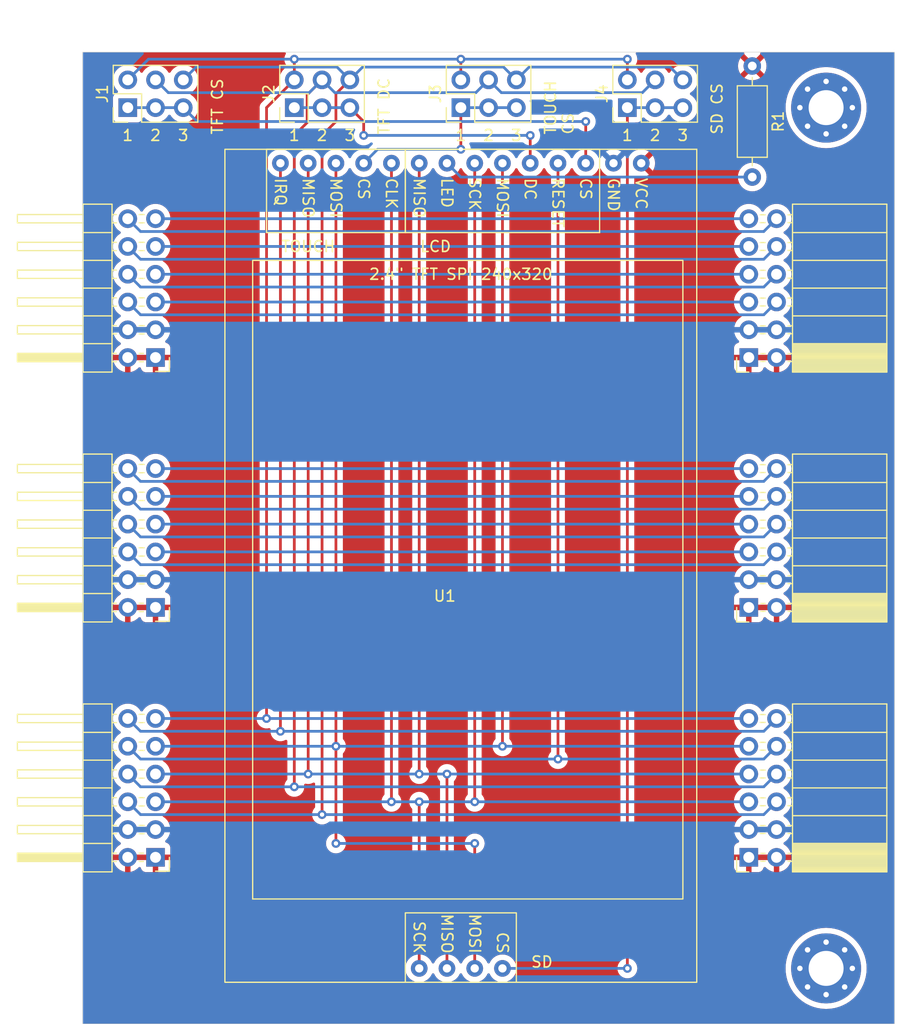
<source format=kicad_pcb>
(kicad_pcb (version 20221018) (generator pcbnew)
  (layers (0 "F.Cu" signal) (31 "B.Cu" signal) (34 "B.Paste" user) (35 "F.Paste" user) (36 "B.SilkS" user "B.Silkscreen") (37 "F.SilkS" user "F.Silkscreen") (38 "B.Mask" user) (39 "F.Mask" user) (44 "Edge.Cuts" user))
  (net 0 "")
  (net 1 "GND")
  (net 2 "TFT_CS")
  (net 3 "TFT_DC")
  (net 4 "TOUCH_CS")
  (net 5 "VCC")
  (net 6 "PMOD_I2C_SDA")
  (net 7 "PMOD_I2C_GPIO4")
  (net 8 "PMOD_I2C_SCL")
  (net 9 "PMOD_I2C_GPIO3")
  (net 10 "PMOD_I2C_RESET")
  (net 11 "PMOD_I2C_GPIO2")
  (net 12 "PMOD_I2C_INT")
  (net 13 "PMOD_I2C_GPIO1")
  (net 14 "PMOD_SPI_SCK")
  (net 15 "PMOD_SPI_GPIO4_CS3")
  (net 16 "SD_CS")
  (net 17 "PMOD_SPI_GPIO3_CS2")
  (net 18 "PMOD_UART_GPIO1_INT")
  (net 19 "PMOD_SPI_GPIO2_RESET")
  (net 20 "PMOD_SPI_CS")
  (net 21 "PMOD_SPI_GPIO1_INT")
  (net 22 "PMOD_UART_RTS")
  (net 23 "PMOD_UART_GPIO4")
  (net 24 "PMOD_UART_CTS")
  (net 25 "PMOD_UART_GPIO2_RESET")
  (net 26 "PMOD_UART_TXD")
  (net 27 "PMOD_UART_GPIO3")
  (net 28 "PMOD_UART_RXD")
  (net 29 "MOSI")
  (net 30 "MISO")
  (net 31 "LED")
  (footprint "Connector_PinSocket_2.54mm:PinSocket_2x06_P2.54mm_Horizontal" (layer "F.Cu") (at 133.0325 68.58 180)
    (fp_text reference "PMOD4" hide)
    (fp_text value "Conn_02x06_Odd_Even")
    (pad "1" thru_hole rect (at 0 0 180) (size 1.7 1.7) (drill 1) (layers "*.Cu" "*.Mask") (net 5 "VCC"))
    (pad "2" thru_hole oval (at -2.54 0 180) (size 1.7 1.7) (drill 1) (layers "*.Cu" "*.Mask") (net 5 "VCC"))
    (pad "3" thru_hole oval (at 0 2.54 180) (size 1.7 1.7) (drill 1) (layers "*.Cu" "*.Mask") (net 1 "GND"))
    (pad "4" thru_hole oval (at -2.54 2.54 180) (size 1.7 1.7) (drill 1) (layers "*.Cu" "*.Mask") (net 1 "GND"))
    (pad "5" thru_hole oval (at 0 5.08 180) (size 1.7 1.7) (drill 1) (layers "*.Cu" "*.Mask") (net 6 "PMOD_I2C_SDA"))
    (pad "6" thru_hole oval (at -2.54 5.08 180) (size 1.7 1.7) (drill 1) (layers "*.Cu" "*.Mask") (net 7 "PMOD_I2C_GPIO4"))
    (pad "7" thru_hole oval (at 0 7.62 180) (size 1.7 1.7) (drill 1) (layers "*.Cu" "*.Mask") (net 8 "PMOD_I2C_SCL"))
    (pad "8" thru_hole oval (at -2.54 7.62 180) (size 1.7 1.7) (drill 1) (layers "*.Cu" "*.Mask") (net 9 "PMOD_I2C_GPIO3"))
    (pad "9" thru_hole oval (at 0 10.16 180) (size 1.7 1.7) (drill 1) (layers "*.Cu" "*.Mask") (net 10 "PMOD_I2C_RESET"))
    (pad "10" thru_hole oval (at -2.54 10.16 180) (size 1.7 1.7) (drill 1) (layers "*.Cu" "*.Mask") (net 11 "PMOD_I2C_GPIO2"))
    (pad "11" thru_hole oval (at 0 12.7 180) (size 1.7 1.7) (drill 1) (layers "*.Cu" "*.Mask") (net 12 "PMOD_I2C_INT"))
    (pad "12" thru_hole oval (at -2.54 12.7 180) (size 1.7 1.7) (drill 1) (layers "*.Cu" "*.Mask") (net 13 "PMOD_I2C_GPIO1"))
  )
  (footprint "Connector_PinHeader_2.54mm:PinHeader_2x03_P2.54mm_Vertical" (layer "F.Cu") (at 91.44 45.72 90)
    (fp_text reference "J2" (at 1.27 -2.33 90) (layer "F.SilkS"))
    (fp_text value "Conn_02x03_Odd_Even")
    (pad "1" thru_hole rect (at 0 0 90) (size 1.7 1.7) (drill 1) (layers "*.Cu" "*.Mask") (net 3 "TFT_DC"))
    (pad "2" thru_hole oval (at 2.54 0 90) (size 1.7 1.7) (drill 1) (layers "*.Cu" "*.Mask") (net 20 "PMOD_SPI_CS"))
    (pad "3" thru_hole oval (at 0 2.54 90) (size 1.7 1.7) (drill 1) (layers "*.Cu" "*.Mask") (net 3 "TFT_DC"))
    (pad "4" thru_hole oval (at 2.54 2.54 90) (size 1.7 1.7) (drill 1) (layers "*.Cu" "*.Mask") (net 17 "PMOD_SPI_GPIO3_CS2"))
    (pad "5" thru_hole oval (at 0 5.08 90) (size 1.7 1.7) (drill 1) (layers "*.Cu" "*.Mask") (net 3 "TFT_DC"))
    (pad "6" thru_hole oval (at 2.54 5.08 90) (size 1.7 1.7) (drill 1) (layers "*.Cu" "*.Mask") (net 15 "PMOD_SPI_GPIO4_CS3"))
  )
  (footprint "Connector_PinHeader_2.54mm:PinHeader_2x06_P2.54mm_Horizontal" (layer "F.Cu") (at 78.74 114.3 180)
    (fp_text reference "PMOD3" hide)
    (fp_text value "Conn_02x06_Odd_Even")
    (pad "1" thru_hole rect (at 0 0 180) (size 1.7 1.7) (drill 1) (layers "*.Cu" "*.Mask") (net 5 "VCC"))
    (pad "2" thru_hole oval (at 2.54 0 180) (size 1.7 1.7) (drill 1) (layers "*.Cu" "*.Mask") (net 5 "VCC"))
    (pad "3" thru_hole oval (at 0 2.54 180) (size 1.7 1.7) (drill 1) (layers "*.Cu" "*.Mask") (net 1 "GND"))
    (pad "4" thru_hole oval (at 2.54 2.54 180) (size 1.7 1.7) (drill 1) (layers "*.Cu" "*.Mask") (net 1 "GND"))
    (pad "5" thru_hole oval (at 0 5.08 180) (size 1.7 1.7) (drill 1) (layers "*.Cu" "*.Mask") (net 14 "PMOD_SPI_SCK"))
    (pad "6" thru_hole oval (at 2.54 5.08 180) (size 1.7 1.7) (drill 1) (layers "*.Cu" "*.Mask") (net 15 "PMOD_SPI_GPIO4_CS3"))
    (pad "7" thru_hole oval (at 0 7.62 180) (size 1.7 1.7) (drill 1) (layers "*.Cu" "*.Mask") (net 30 "MISO"))
    (pad "8" thru_hole oval (at 2.54 7.62 180) (size 1.7 1.7) (drill 1) (layers "*.Cu" "*.Mask") (net 17 "PMOD_SPI_GPIO3_CS2"))
    (pad "9" thru_hole oval (at 0 10.16 180) (size 1.7 1.7) (drill 1) (layers "*.Cu" "*.Mask") (net 29 "MOSI"))
    (pad "10" thru_hole oval (at 2.54 10.16 180) (size 1.7 1.7) (drill 1) (layers "*.Cu" "*.Mask") (net 19 "PMOD_SPI_GPIO2_RESET"))
    (pad "11" thru_hole oval (at 0 12.7 180) (size 1.7 1.7) (drill 1) (layers "*.Cu" "*.Mask") (net 20 "PMOD_SPI_CS"))
    (pad "12" thru_hole oval (at 2.54 12.7 180) (size 1.7 1.7) (drill 1) (layers "*.Cu" "*.Mask") (net 21 "PMOD_SPI_GPIO1_INT"))
  )
  (footprint "Connector_PinHeader_2.54mm:PinHeader_2x06_P2.54mm_Horizontal" (layer "F.Cu") (at 78.74 91.44 180)
    (fp_text reference "PMOD2" hide)
    (fp_text value "Conn_02x06_Odd_Even")
    (pad "1" thru_hole rect (at 0 0 180) (size 1.7 1.7) (drill 1) (layers "*.Cu" "*.Mask") (net 5 "VCC"))
    (pad "2" thru_hole oval (at 2.54 0 180) (size 1.7 1.7) (drill 1) (layers "*.Cu" "*.Mask") (net 5 "VCC"))
    (pad "3" thru_hole oval (at 0 2.54 180) (size 1.7 1.7) (drill 1) (layers "*.Cu" "*.Mask") (net 1 "GND"))
    (pad "4" thru_hole oval (at 2.54 2.54 180) (size 1.7 1.7) (drill 1) (layers "*.Cu" "*.Mask") (net 1 "GND"))
    (pad "5" thru_hole oval (at 0 5.08 180) (size 1.7 1.7) (drill 1) (layers "*.Cu" "*.Mask") (net 22 "PMOD_UART_RTS"))
    (pad "6" thru_hole oval (at 2.54 5.08 180) (size 1.7 1.7) (drill 1) (layers "*.Cu" "*.Mask") (net 23 "PMOD_UART_GPIO4"))
    (pad "7" thru_hole oval (at 0 7.62 180) (size 1.7 1.7) (drill 1) (layers "*.Cu" "*.Mask") (net 28 "PMOD_UART_RXD"))
    (pad "8" thru_hole oval (at 2.54 7.62 180) (size 1.7 1.7) (drill 1) (layers "*.Cu" "*.Mask") (net 27 "PMOD_UART_GPIO3"))
    (pad "9" thru_hole oval (at 0 10.16 180) (size 1.7 1.7) (drill 1) (layers "*.Cu" "*.Mask") (net 26 "PMOD_UART_TXD"))
    (pad "10" thru_hole oval (at 2.54 10.16 180) (size 1.7 1.7) (drill 1) (layers "*.Cu" "*.Mask") (net 25 "PMOD_UART_GPIO2_RESET"))
    (pad "11" thru_hole oval (at 0 12.7 180) (size 1.7 1.7) (drill 1) (layers "*.Cu" "*.Mask") (net 24 "PMOD_UART_CTS"))
    (pad "12" thru_hole oval (at 2.54 12.7 180) (size 1.7 1.7) (drill 1) (layers "*.Cu" "*.Mask") (net 18 "PMOD_UART_GPIO1_INT"))
  )
  (footprint "Connector_PinHeader_2.54mm:PinHeader_2x06_P2.54mm_Horizontal" (layer "F.Cu") (at 78.74 68.58 180)
    (fp_text reference "PMOD1" hide)
    (fp_text value "Conn_02x06_Odd_Even")
    (pad "1" thru_hole rect (at 0 0 180) (size 1.7 1.7) (drill 1) (layers "*.Cu" "*.Mask") (net 5 "VCC"))
    (pad "2" thru_hole oval (at 2.54 0 180) (size 1.7 1.7) (drill 1) (layers "*.Cu" "*.Mask") (net 5 "VCC"))
    (pad "3" thru_hole oval (at 0 2.54 180) (size 1.7 1.7) (drill 1) (layers "*.Cu" "*.Mask") (net 1 "GND"))
    (pad "4" thru_hole oval (at 2.54 2.54 180) (size 1.7 1.7) (drill 1) (layers "*.Cu" "*.Mask") (net 1 "GND"))
    (pad "5" thru_hole oval (at 0 5.08 180) (size 1.7 1.7) (drill 1) (layers "*.Cu" "*.Mask") (net 6 "PMOD_I2C_SDA"))
    (pad "6" thru_hole oval (at 2.54 5.08 180) (size 1.7 1.7) (drill 1) (layers "*.Cu" "*.Mask") (net 7 "PMOD_I2C_GPIO4"))
    (pad "7" thru_hole oval (at 0 7.62 180) (size 1.7 1.7) (drill 1) (layers "*.Cu" "*.Mask") (net 8 "PMOD_I2C_SCL"))
    (pad "8" thru_hole oval (at 2.54 7.62 180) (size 1.7 1.7) (drill 1) (layers "*.Cu" "*.Mask") (net 9 "PMOD_I2C_GPIO3"))
    (pad "9" thru_hole oval (at 0 10.16 180) (size 1.7 1.7) (drill 1) (layers "*.Cu" "*.Mask") (net 10 "PMOD_I2C_RESET"))
    (pad "10" thru_hole oval (at 2.54 10.16 180) (size 1.7 1.7) (drill 1) (layers "*.Cu" "*.Mask") (net 11 "PMOD_I2C_GPIO2"))
    (pad "11" thru_hole oval (at 0 12.7 180) (size 1.7 1.7) (drill 1) (layers "*.Cu" "*.Mask") (net 12 "PMOD_I2C_INT"))
    (pad "12" thru_hole oval (at 2.54 12.7 180) (size 1.7 1.7) (drill 1) (layers "*.Cu" "*.Mask") (net 13 "PMOD_I2C_GPIO1"))
  )
  (footprint "MountingHole:MountingHole_3.2mm_M3_Pad_Via" (layer "F.Cu") (at 140.1075 124.46 -90)
    (fp_text reference "H2" hide)
    (fp_text value "~")
    (pad "1" thru_hole circle (at -2.4 0 270) (size 0.8 0.8) (drill 0.5) (layers "*.Cu" "*.Mask"))
    (pad "1" thru_hole circle (at -1.697056 -1.697056 270) (size 0.8 0.8) (drill 0.5) (layers "*.Cu" "*.Mask"))
    (pad "1" thru_hole circle (at -1.697056 1.697056 270) (size 0.8 0.8) (drill 0.5) (layers "*.Cu" "*.Mask"))
    (pad "1" thru_hole circle (at 0 -2.4 270) (size 0.8 0.8) (drill 0.5) (layers "*.Cu" "*.Mask"))
    (pad "1" thru_hole circle (at 0 0 270) (size 6.4 6.4) (drill 3.2) (layers "*.Cu" "*.Mask"))
    (pad "1" thru_hole circle (at 0 2.4 270) (size 0.8 0.8) (drill 0.5) (layers "*.Cu" "*.Mask"))
    (pad "1" thru_hole circle (at 1.697056 -1.697056 270) (size 0.8 0.8) (drill 0.5) (layers "*.Cu" "*.Mask"))
    (pad "1" thru_hole circle (at 1.697056 1.697056 270) (size 0.8 0.8) (drill 0.5) (layers "*.Cu" "*.Mask"))
    (pad "1" thru_hole circle (at 2.4 0 270) (size 0.8 0.8) (drill 0.5) (layers "*.Cu" "*.Mask"))
  )
  (footprint "Connector_PinHeader_2.54mm:PinHeader_2x03_P2.54mm_Vertical" (layer "F.Cu") (at 106.68 45.72 90)
    (fp_text reference "J3" (at 1.27 -2.33 90) (layer "F.SilkS"))
    (fp_text value "Conn_02x03_Odd_Even")
    (pad "1" thru_hole rect (at 0 0 90) (size 1.7 1.7) (drill 1) (layers "*.Cu" "*.Mask") (net 4 "TOUCH_CS"))
    (pad "2" thru_hole oval (at 2.54 0 90) (size 1.7 1.7) (drill 1) (layers "*.Cu" "*.Mask") (net 20 "PMOD_SPI_CS"))
    (pad "3" thru_hole oval (at 0 2.54 90) (size 1.7 1.7) (drill 1) (layers "*.Cu" "*.Mask") (net 4 "TOUCH_CS"))
    (pad "4" thru_hole oval (at 2.54 2.54 90) (size 1.7 1.7) (drill 1) (layers "*.Cu" "*.Mask") (net 17 "PMOD_SPI_GPIO3_CS2"))
    (pad "5" thru_hole oval (at 0 5.08 90) (size 1.7 1.7) (drill 1) (layers "*.Cu" "*.Mask") (net 4 "TOUCH_CS"))
    (pad "6" thru_hole oval (at 2.54 5.08 90) (size 1.7 1.7) (drill 1) (layers "*.Cu" "*.Mask") (net 15 "PMOD_SPI_GPIO4_CS3"))
  )
  (footprint "Connector_PinHeader_2.54mm:PinHeader_2x03_P2.54mm_Vertical" (layer "F.Cu") (at 121.92 45.72 90)
    (fp_text reference "J4" (at 1.27 -2.33 90) (layer "F.SilkS"))
    (fp_text value "Conn_02x03_Odd_Even")
    (pad "1" thru_hole rect (at 0 0 90) (size 1.7 1.7) (drill 1) (layers "*.Cu" "*.Mask") (net 16 "SD_CS"))
    (pad "2" thru_hole oval (at 2.54 0 90) (size 1.7 1.7) (drill 1) (layers "*.Cu" "*.Mask") (net 20 "PMOD_SPI_CS"))
    (pad "3" thru_hole oval (at 0 2.54 90) (size 1.7 1.7) (drill 1) (layers "*.Cu" "*.Mask") (net 16 "SD_CS"))
    (pad "4" thru_hole oval (at 2.54 2.54 90) (size 1.7 1.7) (drill 1) (layers "*.Cu" "*.Mask") (net 17 "PMOD_SPI_GPIO3_CS2"))
    (pad "5" thru_hole oval (at 0 5.08 90) (size 1.7 1.7) (drill 1) (layers "*.Cu" "*.Mask") (net 16 "SD_CS"))
    (pad "6" thru_hole oval (at 2.54 5.08 90) (size 1.7 1.7) (drill 1) (layers "*.Cu" "*.Mask") (net 15 "PMOD_SPI_GPIO4_CS3"))
  )
  (footprint "MountingHole:MountingHole_3.2mm_M3_Pad_Via" (layer "F.Cu") (at 140.1075 45.72 -90)
    (fp_text reference "H1" hide)
    (fp_text value "~")
    (pad "1" thru_hole circle (at -2.4 0 270) (size 0.8 0.8) (drill 0.5) (layers "*.Cu" "*.Mask"))
    (pad "1" thru_hole circle (at -1.697056 -1.697056 270) (size 0.8 0.8) (drill 0.5) (layers "*.Cu" "*.Mask"))
    (pad "1" thru_hole circle (at -1.697056 1.697056 270) (size 0.8 0.8) (drill 0.5) (layers "*.Cu" "*.Mask"))
    (pad "1" thru_hole circle (at 0 -2.4 270) (size 0.8 0.8) (drill 0.5) (layers "*.Cu" "*.Mask"))
    (pad "1" thru_hole circle (at 0 0 270) (size 6.4 6.4) (drill 3.2) (layers "*.Cu" "*.Mask"))
    (pad "1" thru_hole circle (at 0 2.4 270) (size 0.8 0.8) (drill 0.5) (layers "*.Cu" "*.Mask"))
    (pad "1" thru_hole circle (at 1.697056 -1.697056 270) (size 0.8 0.8) (drill 0.5) (layers "*.Cu" "*.Mask"))
    (pad "1" thru_hole circle (at 1.697056 1.697056 270) (size 0.8 0.8) (drill 0.5) (layers "*.Cu" "*.Mask"))
    (pad "1" thru_hole circle (at 2.4 0 270) (size 0.8 0.8) (drill 0.5) (layers "*.Cu" "*.Mask"))
  )
  (footprint "Connector_PinSocket_2.54mm:PinSocket_2x06_P2.54mm_Horizontal" (layer "F.Cu") (at 133.0325 114.3 180)
    (fp_text reference "PMOD6" hide)
    (fp_text value "Conn_02x06_Odd_Even")
    (pad "1" thru_hole rect (at 0 0 180) (size 1.7 1.7) (drill 1) (layers "*.Cu" "*.Mask") (net 5 "VCC"))
    (pad "2" thru_hole oval (at -2.54 0 180) (size 1.7 1.7) (drill 1) (layers "*.Cu" "*.Mask") (net 5 "VCC"))
    (pad "3" thru_hole oval (at 0 2.54 180) (size 1.7 1.7) (drill 1) (layers "*.Cu" "*.Mask") (net 1 "GND"))
    (pad "4" thru_hole oval (at -2.54 2.54 180) (size 1.7 1.7) (drill 1) (layers "*.Cu" "*.Mask") (net 1 "GND"))
    (pad "5" thru_hole oval (at 0 5.08 180) (size 1.7 1.7) (drill 1) (layers "*.Cu" "*.Mask") (net 14 "PMOD_SPI_SCK"))
    (pad "6" thru_hole oval (at -2.54 5.08 180) (size 1.7 1.7) (drill 1) (layers "*.Cu" "*.Mask") (net 15 "PMOD_SPI_GPIO4_CS3"))
    (pad "7" thru_hole oval (at 0 7.62 180) (size 1.7 1.7) (drill 1) (layers "*.Cu" "*.Mask") (net 30 "MISO"))
    (pad "8" thru_hole oval (at -2.54 7.62 180) (size 1.7 1.7) (drill 1) (layers "*.Cu" "*.Mask") (net 17 "PMOD_SPI_GPIO3_CS2"))
    (pad "9" thru_hole oval (at 0 10.16 180) (size 1.7 1.7) (drill 1) (layers "*.Cu" "*.Mask") (net 29 "MOSI"))
    (pad "10" thru_hole oval (at -2.54 10.16 180) (size 1.7 1.7) (drill 1) (layers "*.Cu" "*.Mask") (net 19 "PMOD_SPI_GPIO2_RESET"))
    (pad "11" thru_hole oval (at 0 12.7 180) (size 1.7 1.7) (drill 1) (layers "*.Cu" "*.Mask") (net 20 "PMOD_SPI_CS"))
    (pad "12" thru_hole oval (at -2.54 12.7 180) (size 1.7 1.7) (drill 1) (layers "*.Cu" "*.Mask") (net 21 "PMOD_SPI_GPIO1_INT"))
  )
  (footprint "Connector_PinHeader_2.54mm:PinHeader_2x03_P2.54mm_Vertical" (layer "F.Cu") (at 76.2 45.72 90)
    (fp_text reference "J1" (at 1.27 -2.33 90) (layer "F.SilkS"))
    (fp_text value "Conn_02x03_Odd_Even")
    (pad "1" thru_hole rect (at 0 0 90) (size 1.7 1.7) (drill 1) (layers "*.Cu" "*.Mask") (net 2 "TFT_CS"))
    (pad "2" thru_hole oval (at 2.54 0 90) (size 1.7 1.7) (drill 1) (layers "*.Cu" "*.Mask") (net 20 "PMOD_SPI_CS"))
    (pad "3" thru_hole oval (at 0 2.54 90) (size 1.7 1.7) (drill 1) (layers "*.Cu" "*.Mask") (net 2 "TFT_CS"))
    (pad "4" thru_hole oval (at 2.54 2.54 90) (size 1.7 1.7) (drill 1) (layers "*.Cu" "*.Mask") (net 17 "PMOD_SPI_GPIO3_CS2"))
    (pad "5" thru_hole oval (at 0 5.08 90) (size 1.7 1.7) (drill 1) (layers "*.Cu" "*.Mask") (net 2 "TFT_CS"))
    (pad "6" thru_hole oval (at 2.54 5.08 90) (size 1.7 1.7) (drill 1) (layers "*.Cu" "*.Mask") (net 15 "PMOD_SPI_GPIO4_CS3"))
  )
  (footprint "AvS_Display:2.4 _TFT_SPI_240x320" (layer "F.Cu") (at 106.68 86.36)
    (fp_text reference "U1" (at -1.47 4.04 unlocked) (layer "F.SilkS"))
    (fp_text value "2.4_TFT_SPI_240x320")
    (fp_text user "MOSI" (at 3.81 -34.29 -90 unlocked) (layer "F.SilkS") (effects (justify left)))
    (fp_text user "VCC" (at 16.51 -34.29 -90 unlocked) (layer "F.SilkS") (effects (justify left)))
    (fp_text user "MISO" (at -13.97 -34.29 -90 unlocked) (layer "F.SilkS") (effects (justify left)))
    (fp_text user "SCK" (at -3.81 36.83 -90 unlocked) (layer "F.SilkS") (effects (justify right)))
    (fp_text user "DC" (at 6.35 -34.29 -90 unlocked) (layer "F.SilkS") (effects (justify left)))
    (fp_text user "2.4\" TFT SPI 240x320" (at 0 -25.4 unlocked) (layer "F.SilkS"))
    (fp_text user "CS" (at -8.89 -34.29 -90 unlocked) (layer "F.SilkS") (effects (justify left)))
    (fp_text user "SD" (at 6.35 38.1 unlocked) (layer "F.SilkS") (effects (justify left bottom)))
    (fp_text user "CS" (at 3.81 36.83 -90 unlocked) (layer "F.SilkS") (effects (justify right)))
    (fp_text user "SCK" (at 1.27 -34.29 -90 unlocked) (layer "F.SilkS") (effects (justify left)))
    (fp_text user "MOSI" (at -11.43 -34.29 -90 unlocked) (layer "F.SilkS") (effects (justify left)))
    (fp_text user "CS" (at 11.43 -34.29 -90 unlocked) (layer "F.SilkS") (effects (justify left)))
    (fp_text user "IRQ" (at -16.51 -34.29 -90 unlocked) (layer "F.SilkS") (effects (justify left)))
    (fp_text user "TOUCH" (at -16.51 -27.94 unlocked) (layer "F.SilkS") (effects (justify left)))
    (fp_text user "MISO" (at -3.81 -34.29 -90 unlocked) (layer "F.SilkS") (effects (justify left)))
    (fp_text user "MISO" (at -1.27 36.83 -90 unlocked) (layer "F.SilkS") (effects (justify right)))
    (fp_text user "GND" (at 13.97 -34.29 -90 unlocked) (layer "F.SilkS") (effects (justify left)))
    (fp_text user "LED" (at -1.27 -34.29 -90 unlocked) (layer "F.SilkS") (effects (justify left)))
    (fp_text user "LCD" (at -3.81 -27.94 unlocked) (layer "F.SilkS") (effects (justify left)))
    (fp_text user "CLK" (at -6.35 -34.29 -90 unlocked) (layer "F.SilkS") (effects (justify left)))
    (fp_text user "RESET" (at 8.89 -34.29 -90 unlocked) (layer "F.SilkS") (effects (justify left)))
    (fp_text user "MOSI" (at 1.27 36.83 -90 unlocked) (layer "F.SilkS") (effects (justify right)))
    (pad "1" thru_hole circle (at 16.51 -35.56 180) (size 1.524 1.524) (drill 0.762) (layers "*.Cu" "*.Mask") (net 5 "VCC"))
    (pad "2" thru_hole circle (at 13.97 -35.56 180) (size 1.524 1.524) (drill 0.762) (layers "*.Cu" "*.Mask") (net 1 "GND"))
    (pad "3" thru_hole circle (at 11.43 -35.56 180) (size 1.524 1.524) (drill 0.762) (layers "*.Cu" "*.Mask") (net 2 "TFT_CS"))
    (pad "4" thru_hole circle (at 8.89 -35.56 180) (size 1.524 1.524) (drill 0.762) (layers "*.Cu" "*.Mask") (net 19 "PMOD_SPI_GPIO2_RESET"))
    (pad "5" thru_hole circle (at 6.35 -35.56 180) (size 1.524 1.524) (drill 0.762) (layers "*.Cu" "*.Mask") (net 3 "TFT_DC"))
    (pad "6" thru_hole circle (at 3.81 -35.56 180) (size 1.524 1.524) (drill 0.762) (layers "*.Cu" "*.Mask") (net 29 "MOSI"))
    (pad "7" thru_hole circle (at 1.27 -35.56 180) (size 1.524 1.524) (drill 0.762) (layers "*.Cu" "*.Mask") (net 14 "PMOD_SPI_SCK"))
    (pad "8" thru_hole circle (at -1.27 -35.56 180) (size 1.524 1.524) (drill 0.762) (layers "*.Cu" "*.Mask") (net 31 "LED"))
    (pad "9" thru_hole circle (at -3.81 -35.56 180) (size 1.524 1.524) (drill 0.762) (layers "*.Cu" "*.Mask") (net 30 "MISO"))
    (pad "10" thru_hole circle (at -6.35 -35.56 180) (size 1.524 1.524) (drill 0.762) (layers "*.Cu" "*.Mask") (net 14 "PMOD_SPI_SCK"))
    (pad "11" thru_hole circle (at -8.89 -35.56 180) (size 1.524 1.524) (drill 0.762) (layers "*.Cu" "*.Mask") (net 4 "TOUCH_CS"))
    (pad "12" thru_hole circle (at -11.43 -35.56 180) (size 1.524 1.524) (drill 0.762) (layers "*.Cu" "*.Mask") (net 29 "MOSI"))
    (pad "13" thru_hole circle (at -13.97 -35.56 180) (size 1.524 1.524) (drill 0.762) (layers "*.Cu" "*.Mask") (net 30 "MISO"))
    (pad "14" thru_hole circle (at -16.51 -35.56 180) (size 1.524 1.524) (drill 0.762) (layers "*.Cu" "*.Mask") (net 21 "PMOD_SPI_GPIO1_INT"))
    (pad "15" thru_hole circle (at 3.81 38.1 180) (size 1.524 1.524) (drill 0.762) (layers "*.Cu" "*.Mask") (net 16 "SD_CS"))
    (pad "16" thru_hole circle (at 1.27 38.1 180) (size 1.524 1.524) (drill 0.762) (layers "*.Cu" "*.Mask") (net 29 "MOSI"))
    (pad "17" thru_hole circle (at -1.27 38.1 180) (size 1.524 1.524) (drill 0.762) (layers "*.Cu" "*.Mask") (net 30 "MISO"))
    (pad "18" thru_hole circle (at -3.81 38.1 180) (size 1.524 1.524) (drill 0.762) (layers "*.Cu" "*.Mask") (net 14 "PMOD_SPI_SCK"))
  )
  (footprint "Resistor_THT:R_Axial_DIN0207_L6.3mm_D2.5mm_P10.16mm_Horizontal" (layer "F.Cu") (at 133.35 41.91 -90)
    (fp_text reference "R1" (at 5.08 -2.37 90) (layer "F.SilkS"))
    (fp_text value "R_Small")
    (pad "1" thru_hole circle (at 0 0 270) (size 1.6 1.6) (drill 0.8) (layers "*.Cu" "*.Mask") (net 5 "VCC"))
    (pad "2" thru_hole oval (at 10.16 0 270) (size 1.6 1.6) (drill 0.8) (layers "*.Cu" "*.Mask") (net 31 "LED"))
  )
  (footprint "Connector_PinSocket_2.54mm:PinSocket_2x06_P2.54mm_Horizontal" (layer "F.Cu") (at 133.0325 91.44 180)
    (fp_text reference "PMOD5" hide)
    (fp_text value "Conn_02x06_Odd_Even")
    (pad "1" thru_hole rect (at 0 0 180) (size 1.7 1.7) (drill 1) (layers "*.Cu" "*.Mask") (net 5 "VCC"))
    (pad "2" thru_hole oval (at -2.54 0 180) (size 1.7 1.7) (drill 1) (layers "*.Cu" "*.Mask") (net 5 "VCC"))
    (pad "3" thru_hole oval (at 0 2.54 180) (size 1.7 1.7) (drill 1) (layers "*.Cu" "*.Mask") (net 1 "GND"))
    (pad "4" thru_hole oval (at -2.54 2.54 180) (size 1.7 1.7) (drill 1) (layers "*.Cu" "*.Mask") (net 1 "GND"))
    (pad "5" thru_hole oval (at 0 5.08 180) (size 1.7 1.7) (drill 1) (layers "*.Cu" "*.Mask") (net 22 "PMOD_UART_RTS"))
    (pad "6" thru_hole oval (at -2.54 5.08 180) (size 1.7 1.7) (drill 1) (layers "*.Cu" "*.Mask") (net 23 "PMOD_UART_GPIO4"))
    (pad "7" thru_hole oval (at 0 7.62 180) (size 1.7 1.7) (drill 1) (layers "*.Cu" "*.Mask") (net 28 "PMOD_UART_RXD"))
    (pad "8" thru_hole oval (at -2.54 7.62 180) (size 1.7 1.7) (drill 1) (layers "*.Cu" "*.Mask") (net 27 "PMOD_UART_GPIO3"))
    (pad "9" thru_hole oval (at 0 10.16 180) (size 1.7 1.7) (drill 1) (layers "*.Cu" "*.Mask") (net 26 "PMOD_UART_TXD"))
    (pad "10" thru_hole oval (at -2.54 10.16 180) (size 1.7 1.7) (drill 1) (layers "*.Cu" "*.Mask") (net 25 "PMOD_UART_GPIO2_RESET"))
    (pad "11" thru_hole oval (at 0 12.7 180) (size 1.7 1.7) (drill 1) (layers "*.Cu" "*.Mask") (net 24 "PMOD_UART_CTS"))
    (pad "12" thru_hole oval (at -2.54 12.7 180) (size 1.7 1.7) (drill 1) (layers "*.Cu" "*.Mask") (net 18 "PMOD_UART_GPIO1_INT"))
  )
  (gr_rect (start 72.0725 40.64) (end 146.3675 129.54) (stroke (width 0.05)) (fill none) (layer "Edge.Cuts"))
  (gr_text "3" (at 96.52 48.26) (layer "F.SilkS") (effects (font (size 1 1))))
  (gr_text "3" (at 111.76 48.26) (layer "F.SilkS") (effects (font (size 1 1))))
  (gr_text "1" (at 76.2 48.26) (layer "F.SilkS") (effects (font (size 1 1))))
  (gr_text "TFT CS" (at 83.82 48.26 90) (layer "F.SilkS") (effects (font (size 1 1)) (justify left top)))
  (gr_text "1" (at 91.44 48.26) (layer "F.SilkS") (effects (font (size 1 1))))
  (gr_text "TFT DC" (at 99.06 48.26 90) (layer "F.SilkS") (effects (font (size 1 1)) (justify left top)))
  (gr_text "1" (at 106.68 48.26) (layer "F.SilkS") (effects (font (size 1 1))))
  (gr_text "2" (at 78.74 48.26) (layer "F.SilkS") (effects (font (size 1 1))))
  (gr_text "2" (at 109.22 48.26) (layer "F.SilkS") (effects (font (size 1 1))))
  (gr_text "3" (at 81.28 48.26) (layer "F.SilkS") (effects (font (size 1 1))))
  (gr_text "SD CS" (at 129.54 48.26 90) (layer "F.SilkS") (effects (font (size 1 1)) (justify left top)))
  (gr_text "3" (at 127 48.26) (layer "F.SilkS") (effects (font (size 1 1))))
  (gr_text "1" (at 121.92 48.26) (layer "F.SilkS") (effects (font (size 1 1))))
  (gr_text "2" (at 124.46 48.26) (layer "F.SilkS") (effects (font (size 1 1))))
  (gr_text "TOUCH\nCS" (at 114.3 48.26 90) (layer "F.SilkS") (effects (font (size 1 1)) (justify left top)))
  (gr_text "2" (at 93.98 48.26) (layer "F.SilkS") (effects (font (size 1 1))))
  (segment (start 118.11 46.99) (end 118.11 50.8) (width 0.25) (layer "F.Cu") (net 2))
  (via (at 118.11 46.99) (size 0.8) (drill 0.4) (layers "F.Cu" "B.Cu") (net 2))
  (segment (start 82.55 46.99) (end 118.11 46.99) (width 0.25) (layer "B.Cu") (net 2))
  (segment (start 81.28 45.72) (end 82.55 46.99) (width 0.25) (layer "B.Cu") (net 2))
  (segment (start 76.2 45.72) (end 81.28 45.72) (width 0.25) (layer "B.Cu") (net 2))
  (segment (start 97.79 46.99) (end 97.79 48.26) (width 0.25) (layer "F.Cu") (net 3))
  (segment (start 96.52 45.72) (end 97.79 46.99) (width 0.25) (layer "F.Cu") (net 3))
  (segment (start 113.03 48.26) (end 113.03 50.8) (width 0.25) (layer "F.Cu") (net 3))
  (via (at 97.79 48.26) (size 0.8) (drill 0.4) (layers "F.Cu" "B.Cu") (net 3))
  (via (at 113.03 48.26) (size 0.8) (drill 0.4) (layers "F.Cu" "B.Cu") (net 3))
  (segment (start 91.44 45.72) (end 96.52 45.72) (width 0.25) (layer "B.Cu") (net 3))
  (segment (start 97.79 48.26) (end 113.03 48.26) (width 0.25) (layer "B.Cu") (net 3))
  (segment (start 106.68 45.72) (end 106.68 49.53) (width 0.25) (layer "F.Cu") (net 4))
  (via (at 106.68 49.53) (size 0.8) (drill 0.4) (layers "F.Cu" "B.Cu") (net 4))
  (segment (start 99.06 49.53) (end 97.79 50.8) (width 0.25) (layer "B.Cu") (net 4))
  (segment (start 106.68 45.72) (end 111.76 45.72) (width 0.25) (layer "B.Cu") (net 4))
  (segment (start 106.68 49.53) (end 99.06 49.53) (width 0.25) (layer "B.Cu") (net 4))
  (segment (start 78.74 63.5) (end 133.0325 63.5) (width 0.25) (layer "B.Cu") (net 6))
  (segment (start 134.402156 64.670344) (end 77.370344 64.670344) (width 0.25) (layer "B.Cu") (net 7))
  (segment (start 135.5725 63.5) (end 134.402156 64.670344) (width 0.25) (layer "B.Cu") (net 7))
  (segment (start 77.370344 64.670344) (end 76.2 63.5) (width 0.25) (layer "B.Cu") (net 7))
  (segment (start 133.0325 60.96) (end 78.74 60.96) (width 0.25) (layer "B.Cu") (net 8))
  (segment (start 134.402156 62.130344) (end 135.5725 60.96) (width 0.25) (layer "B.Cu") (net 9))
  (segment (start 77.370344 62.130344) (end 134.402156 62.130344) (width 0.25) (layer "B.Cu") (net 9))
  (segment (start 76.2 60.96) (end 77.370344 62.130344) (width 0.25) (layer "B.Cu") (net 9))
  (segment (start 78.74 58.42) (end 133.0325 58.42) (width 0.25) (layer "B.Cu") (net 10))
  (segment (start 134.402156 59.590344) (end 77.370344 59.590344) (width 0.25) (layer "B.Cu") (net 11))
  (segment (start 135.5725 58.42) (end 134.402156 59.590344) (width 0.25) (layer "B.Cu") (net 11))
  (segment (start 77.370344 59.590344) (end 76.2 58.42) (width 0.25) (layer "B.Cu") (net 11))
  (segment (start 133.0325 55.88) (end 78.74 55.88) (width 0.25) (layer "B.Cu") (net 12))
  (segment (start 76.2 55.88) (end 77.370344 57.050344) (width 0.25) (layer "B.Cu") (net 13))
  (segment (start 77.370344 57.050344) (end 134.402156 57.050344) (width 0.25) (layer "B.Cu") (net 13))
  (segment (start 134.402156 57.050344) (end 135.5725 55.88) (width 0.25) (layer "B.Cu") (net 13))
  (segment (start 100.33 109.22) (end 100.33 50.8) (width 0.25) (layer "F.Cu") (net 14))
  (segment (start 102.87 124.46) (end 102.87 109.22) (width 0.25) (layer "F.Cu") (net 14))
  (segment (start 107.95 50.8) (end 107.95 109.22) (width 0.25) (layer "F.Cu") (net 14))
  (via (at 100.33 109.22) (size 0.8) (drill 0.4) (layers "F.Cu" "B.Cu") (net 14))
  (via (at 107.95 109.22) (size 0.8) (drill 0.4) (layers "F.Cu" "B.Cu") (net 14))
  (via (at 102.87 109.22) (size 0.8) (drill 0.4) (layers "F.Cu" "B.Cu") (net 14))
  (segment (start 107.95 109.22) (end 102.87 109.22) (width 0.25) (layer "B.Cu") (net 14))
  (segment (start 102.87 109.22) (end 100.33 109.22) (width 0.25) (layer "B.Cu") (net 14))
  (segment (start 100.33 109.22) (end 78.74 109.22) (width 0.25) (layer "B.Cu") (net 14))
  (segment (start 133.0325 109.22) (end 107.95 109.22) (width 0.25) (layer "B.Cu") (net 14))
  (segment (start 93.98 48.26) (end 93.98 110.390344) (width 0.25) (layer "F.Cu") (net 15))
  (segment (start 96.52 43.18) (end 95.25 44.45) (width 0.25) (layer "F.Cu") (net 15))
  (segment (start 95.25 46.99) (end 93.98 48.26) (width 0.25) (layer "F.Cu") (net 15))
  (segment (start 95.25 44.45) (end 95.25 46.99) (width 0.25) (layer "F.Cu") (net 15))
  (via (at 93.98 110.390344) (size 0.8) (drill 0.4) (layers "F.Cu" "B.Cu") (net 15))
  (segment (start 76.2 109.22) (end 77.370344 110.390344) (width 0.25) (layer "B.Cu") (net 15))
  (segment (start 110.589656 42.009656) (end 111.76 43.18) (width 0.25) (layer "B.Cu") (net 15))
  (segment (start 82.450344 42.009656) (end 95.349656 42.009656) (width 0.25) (layer "B.Cu") (net 15))
  (segment (start 93.98 110.390344) (end 134.402156 110.390344) (width 0.25) (layer "B.Cu") (net 15))
  (segment (start 77.370344 110.390344) (end 93.98 110.390344) (width 0.25) (layer "B.Cu") (net 15))
  (segment (start 134.402156 110.390344) (end 135.5725 109.22) (width 0.25) (layer "B.Cu") (net 15))
  (segment (start 96.52 43.18) (end 97.690344 42.009656) (width 0.25) (layer "B.Cu") (net 15))
  (segment (start 95.349656 42.009656) (end 96.52 43.18) (width 0.25) (layer "B.Cu") (net 15))
  (segment (start 97.690344 42.009656) (end 110.589656 42.009656) (width 0.25) (layer "B.Cu") (net 15))
  (segment (start 112.930344 42.009656) (end 125.829656 42.009656) (width 0.25) (layer "B.Cu") (net 15))
  (segment (start 125.829656 42.009656) (end 127 43.18) (width 0.25) (layer "B.Cu") (net 15))
  (segment (start 81.28 43.18) (end 82.450344 42.009656) (width 0.25) (layer "B.Cu") (net 15))
  (segment (start 111.76 43.18) (end 112.930344 42.009656) (width 0.25) (layer "B.Cu") (net 15))
  (segment (start 121.92 45.72) (end 121.92 124.46) (width 0.25) (layer "F.Cu") (net 16))
  (via (at 121.92 124.46) (size 0.8) (drill 0.4) (layers "F.Cu" "B.Cu") (net 16))
  (segment (start 127 45.72) (end 121.92 45.72) (width 0.25) (layer "B.Cu") (net 16))
  (segment (start 121.92 124.46) (end 110.49 124.46) (width 0.25) (layer "B.Cu") (net 16))
  (segment (start 91.44 48.26) (end 91.44 107.850344) (width 0.25) (layer "F.Cu") (net 17))
  (segment (start 92.615 47.085) (end 91.44 48.26) (width 0.25) (layer "F.Cu") (net 17))
  (segment (start 93.98 43.18) (end 92.615 44.545) (width 0.25) (layer "F.Cu") (net 17))
  (segment (start 92.615 44.545) (end 92.615 47.085) (width 0.25) (layer "F.Cu") (net 17))
  (via (at 91.44 107.850344) (size 0.8) (drill 0.4) (layers "F.Cu" "B.Cu") (net 17))
  (segment (start 134.402156 107.850344) (end 91.44 107.850344) (width 0.25) (layer "B.Cu") (net 17))
  (segment (start 78.74 43.18) (end 79.910344 44.350344) (width 0.25) (layer "B.Cu") (net 17))
  (segment (start 95.150344 44.350344) (end 108.049656 44.350344) (width 0.25) (layer "B.Cu") (net 17))
  (segment (start 93.98 43.18) (end 95.150344 44.350344) (width 0.25) (layer "B.Cu") (net 17))
  (segment (start 79.910344 44.350344) (end 92.809656 44.350344) (width 0.25) (layer "B.Cu") (net 17))
  (segment (start 92.809656 44.350344) (end 93.98 43.18) (width 0.25) (layer "B.Cu") (net 17))
  (segment (start 135.5725 106.68) (end 134.402156 107.850344) (width 0.25) (layer "B.Cu") (net 17))
  (segment (start 77.370344 107.850344) (end 76.2 106.68) (width 0.25) (layer "B.Cu") (net 17))
  (segment (start 123.289656 44.350344) (end 124.46 43.18) (width 0.25) (layer "B.Cu") (net 17))
  (segment (start 110.390344 44.350344) (end 123.289656 44.350344) (width 0.25) (layer "B.Cu") (net 17))
  (segment (start 91.44 107.850344) (end 77.370344 107.850344) (width 0.25) (layer "B.Cu") (net 17))
  (segment (start 108.049656 44.350344) (end 109.22 43.18) (width 0.25) (layer "B.Cu") (net 17))
  (segment (start 109.22 43.18) (end 110.390344 44.350344) (width 0.25) (layer "B.Cu") (net 17))
  (segment (start 77.370344 79.910344) (end 134.402156 79.910344) (width 0.25) (layer "B.Cu") (net 18))
  (segment (start 134.402156 79.910344) (end 135.5725 78.74) (width 0.25) (layer "B.Cu") (net 18))
  (segment (start 76.2 78.74) (end 77.370344 79.910344) (width 0.25) (layer "B.Cu") (net 18))
  (segment (start 115.57 105.310344) (end 115.57 50.8) (width 0.25) (layer "F.Cu") (net 19))
  (via (at 115.57 105.310344) (size 0.8) (drill 0.4) (layers "F.Cu" "B.Cu") (net 19))
  (segment (start 77.370344 105.310344) (end 115.57 105.310344) (width 0.25) (layer "B.Cu") (net 19))
  (segment (start 134.402156 105.310344) (end 135.5725 104.14) (width 0.25) (layer "B.Cu") (net 19))
  (segment (start 76.2 104.14) (end 77.370344 105.310344) (width 0.25) (layer "B.Cu") (net 19))
  (segment (start 115.57 105.310344) (end 134.402156 105.310344) (width 0.25) (layer "B.Cu") (net 19))
  (segment (start 91.44 43.18) (end 88.9 45.72) (width 0.25) (layer "F.Cu") (net 20))
  (segment (start 91.44 41.285156) (end 91.44 43.18) (width 0.25) (layer "F.Cu") (net 20))
  (segment (start 88.9 45.72) (end 88.9 101.6) (width 0.25) (layer "F.Cu") (net 20))
  (segment (start 121.92 41.285156) (end 121.92 43.18) (width 0.25) (layer "F.Cu") (net 20))
  (segment (start 106.68 41.285156) (end 106.68 43.18) (width 0.25) (layer "F.Cu") (net 20))
  (via (at 106.68 41.285156) (size 0.8) (drill 0.4) (layers "F.Cu" "B.Cu") (net 20))
  (via (at 121.92 41.285156) (size 0.8) (drill 0.4) (layers "F.Cu" "B.Cu") (net 20))
  (via (at 91.44 41.285156) (size 0.8) (drill 0.4) (layers "F.Cu" "B.Cu") (net 20))
  (via (at 88.9 101.6) (size 0.8) (drill 0.4) (layers "F.Cu" "B.Cu") (net 20))
  (segment (start 78.74 101.6) (end 88.9 101.6) (width 0.25) (layer "B.Cu") (net 20))
  (segment (start 76.2 43.18) (end 78.094844 41.285156) (width 0.25) (layer "B.Cu") (net 20))
  (segment (start 78.094844 41.285156) (end 91.44 41.285156) (width 0.25) (layer "B.Cu") (net 20))
  (segment (start 91.44 41.285156) (end 106.68 41.285156) (width 0.25) (layer "B.Cu") (net 20))
  (segment (start 106.68 41.285156) (end 121.92 41.285156) (width 0.25) (layer "B.Cu") (net 20))
  (segment (start 88.9 101.6) (end 133.0325 101.6) (width 0.25) (layer "B.Cu") (net 20))
  (segment (start 90.17 102.770344) (end 90.17 50.8) (width 0.25) (layer "F.Cu") (net 21))
  (via (at 90.17 102.770344) (size 0.8) (drill 0.4) (layers "F.Cu" "B.Cu") (net 21))
  (segment (start 135.5725 101.6) (end 134.402156 102.770344) (width 0.25) (layer "B.Cu") (net 21))
  (segment (start 90.17 102.770344) (end 77.370344 102.770344) (width 0.25) (layer "B.Cu") (net 21))
  (segment (start 134.402156 102.770344) (end 90.17 102.770344) (width 0.25) (layer "B.Cu") (net 21))
  (segment (start 77.370344 102.770344) (end 76.2 101.6) (width 0.25) (layer "B.Cu") (net 21))
  (segment (start 133.0325 86.36) (end 78.74 86.36) (width 0.25) (layer "B.Cu") (net 22))
  (segment (start 135.5725 86.36) (end 134.402156 87.530344) (width 0.25) (layer "B.Cu") (net 23))
  (segment (start 77.370344 87.530344) (end 76.2 86.36) (width 0.25) (layer "B.Cu") (net 23))
  (segment (start 134.402156 87.530344) (end 77.370344 87.530344) (width 0.25) (layer "B.Cu") (net 23))
  (segment (start 78.74 78.74) (end 133.0325 78.74) (width 0.25) (layer "B.Cu") (net 24))
  (segment (start 77.370344 82.450344) (end 76.2 81.28) (width 0.25) (layer "B.Cu") (net 25))
  (segment (start 135.5725 81.28) (end 134.402156 82.450344) (width 0.25) (layer "B.Cu") (net 25))
  (segment (start 134.402156 82.450344) (end 77.370344 82.450344) (width 0.25) (layer "B.Cu") (net 25))
  (segment (start 133.0325 81.28) (end 78.74 81.28) (width 0.25) (layer "B.Cu") (net 26))
  (segment (start 134.402156 84.990344) (end 135.5725 83.82) (width 0.25) (layer "B.Cu") (net 27))
  (segment (start 77.370344 84.990344) (end 134.402156 84.990344) (width 0.25) (layer "B.Cu") (net 27))
  (segment (start 76.2 83.82) (end 77.370344 84.990344) (width 0.25) (layer "B.Cu") (net 27))
  (segment (start 78.74 83.82) (end 133.0325 83.82) (width 0.25) (layer "B.Cu") (net 28))
  (segment (start 95.25 104.14) (end 95.25 50.8) (width 0.25) (layer "F.Cu") (net 29))
  (segment (start 107.95 124.46) (end 107.95 113.03) (width 0.25) (layer "F.Cu") (net 29))
  (segment (start 110.49 50.8) (end 110.49 104.14) (width 0.25) (layer "F.Cu") (net 29))
  (segment (start 95.25 104.14) (end 95.25 113.03) (width 0.25) (layer "F.Cu") (net 29))
  (via (at 110.49 104.14) (size 0.8) (drill 0.4) (layers "F.Cu" "B.Cu") (net 29))
  (via (at 107.95 113.03) (size 0.8) (drill 0.4) (layers "F.Cu" "B.Cu") (net 29))
  (via (at 95.25 113.03) (size 0.8) (drill 0.4) (layers "F.Cu" "B.Cu") (net 29))
  (via (at 95.25 104.14) (size 0.8) (drill 0.4) (layers "F.Cu" "B.Cu") (net 29))
  (segment (start 95.25 113.03) (end 107.95 113.03) (width 0.25) (layer "B.Cu") (net 29))
  (segment (start 95.25 104.14) (end 78.74 104.14) (width 0.25) (layer "B.Cu") (net 29))
  (segment (start 110.49 104.14) (end 95.25 104.14) (width 0.25) (layer "B.Cu") (net 29))
  (segment (start 133.0325 104.14) (end 110.49 104.14) (width 0.25) (layer "B.Cu") (net 29))
  (segment (start 92.71 50.8) (end 92.71 106.68) (width 0.25) (layer "F.Cu") (net 30))
  (segment (start 105.41 124.46) (end 105.41 106.68) (width 0.25) (layer "F.Cu") (net 30))
  (segment (start 102.87 50.8) (end 102.87 106.68) (width 0.25) (layer "F.Cu") (net 30))
  (via (at 105.41 106.68) (size 0.8) (drill 0.4) (layers "F.Cu" "B.Cu") (net 30))
  (via (at 102.87 106.68) (size 0.8) (drill 0.4) (layers "F.Cu" "B.Cu") (net 30))
  (via (at 92.71 106.68) (size 0.8) (drill 0.4) (layers "F.Cu" "B.Cu") (net 30))
  (segment (start 105.41 106.68) (end 133.0325 106.68) (width 0.25) (layer "B.Cu") (net 30))
  (segment (start 102.87 106.68) (end 105.41 106.68) (width 0.25) (layer "B.Cu") (net 30))
  (segment (start 78.74 106.68) (end 92.71 106.68) (width 0.25) (layer "B.Cu") (net 30))
  (segment (start 92.71 106.68) (end 102.87 106.68) (width 0.25) (layer "B.Cu") (net 30))
  (segment (start 106.68 52.07) (end 105.41 50.8) (width 0.25) (layer "B.Cu") (net 31))
  (segment (start 133.35 52.07) (end 106.68 52.07) (width 0.25) (layer "B.Cu") (net 31))
  (zone (net 5) (net_name "VCC") (layer "F.Cu") (priority 2) (connect_pads (clearance 0.508)) (min_thickness 0.25) (fill yes (thermal_gap 0.5) (thermal_bridge_width 0.5))
    (polygon (pts (xy 72.0725 129.54) (xy 72.0725 40.64) (xy 146.3675 40.64) (xy 146.3675 129.54)))
  )
  (zone (net 1) (net_name "GND") (layers "F&B.Cu") (connect_pads (clearance 0.508)) (min_thickness 0.254) (fill yes (thermal_gap 0.508) (thermal_bridge_width 0.508))
    (polygon (pts (xy 72.0725 129.54) (xy 146.3675 129.54) (xy 146.3675 40.64) (xy 72.0725 40.64)))
  )
  (zone (net 1) (net_name "GND") (layer "B.Cu") (priority 1) (connect_pads (clearance 0.508)) (min_thickness 0.25) (fill yes (thermal_gap 0.5) (thermal_bridge_width 0.5))
    (polygon (pts (xy 72.0725 40.64) (xy 146.3675 40.64) (xy 146.3675 129.54) (xy 72.0725 129.54)))
  )
)
</source>
